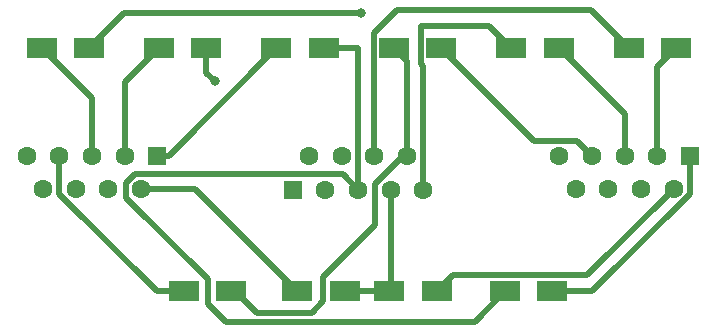
<source format=gbr>
%TF.GenerationSoftware,KiCad,Pcbnew,(6.0.1)*%
%TF.CreationDate,2023-01-17T21:15:05+08:00*%
%TF.ProjectId,TI99Joyadapter,54493939-4a6f-4796-9164-61707465722e,rev?*%
%TF.SameCoordinates,Original*%
%TF.FileFunction,Copper,L1,Top*%
%TF.FilePolarity,Positive*%
%FSLAX46Y46*%
G04 Gerber Fmt 4.6, Leading zero omitted, Abs format (unit mm)*
G04 Created by KiCad (PCBNEW (6.0.1)) date 2023-01-17 21:15:05*
%MOMM*%
%LPD*%
G01*
G04 APERTURE LIST*
%TA.AperFunction,SMDPad,CuDef*%
%ADD10R,2.500000X1.800000*%
%TD*%
%TA.AperFunction,ComponentPad*%
%ADD11R,1.600000X1.600000*%
%TD*%
%TA.AperFunction,ComponentPad*%
%ADD12C,1.600000*%
%TD*%
%TA.AperFunction,ViaPad*%
%ADD13C,0.800000*%
%TD*%
%TA.AperFunction,Conductor*%
%ADD14C,0.500000*%
%TD*%
G04 APERTURE END LIST*
D10*
%TO.P,D4,1,K*%
%TO.N,Net-(D4-Pad1)*%
X159914285Y-63200000D03*
%TO.P,D4,2,A*%
%TO.N,Net-(D3-Pad2)*%
X155914285Y-63200000D03*
%TD*%
%TO.P,D10,1,K*%
%TO.N,Net-(D10-Pad1)*%
X159400000Y-83800000D03*
%TO.P,D10,2,A*%
%TO.N,Net-(D10-Pad2)*%
X155400000Y-83800000D03*
%TD*%
%TO.P,D9,1,K*%
%TO.N,Net-(D9-Pad1)*%
X136028571Y-63200000D03*
%TO.P,D9,2,A*%
%TO.N,Net-(D10-Pad2)*%
X140028571Y-63200000D03*
%TD*%
D11*
%TO.P,J1,1,1*%
%TO.N,unconnected-(J1-Pad1)*%
X137400000Y-75190331D03*
D12*
%TO.P,J1,2,2*%
%TO.N,Net-(J1-Pad2)*%
X140170000Y-75190331D03*
%TO.P,J1,3,3*%
%TO.N,Net-(D10-Pad2)*%
X142940000Y-75190331D03*
%TO.P,J1,4,4*%
%TO.N,Net-(D7-Pad2)*%
X145710000Y-75190331D03*
%TO.P,J1,5,5*%
%TO.N,Net-(D3-Pad2)*%
X148480000Y-75190331D03*
%TO.P,J1,6,6*%
%TO.N,unconnected-(J1-Pad6)*%
X138785000Y-72350331D03*
%TO.P,J1,7,7*%
%TO.N,Net-(J1-Pad7)*%
X141555000Y-72350331D03*
%TO.P,J1,8,8*%
%TO.N,Net-(D5-Pad2)*%
X144325000Y-72350331D03*
%TO.P,J1,9,9*%
%TO.N,Net-(D1-Pad2)*%
X147095000Y-72350331D03*
%TD*%
D10*
%TO.P,D2,1,K*%
%TO.N,Net-(D2-Pad1)*%
X149971428Y-63200000D03*
%TO.P,D2,2,A*%
%TO.N,Net-(D1-Pad2)*%
X145971428Y-63200000D03*
%TD*%
%TO.P,D1,1,K*%
%TO.N,Net-(D1-Pad1)*%
X128200000Y-83800000D03*
%TO.P,D1,2,A*%
%TO.N,Net-(D1-Pad2)*%
X132200000Y-83800000D03*
%TD*%
%TO.P,D7,1,K*%
%TO.N,Net-(D7-Pad1)*%
X137800000Y-83800000D03*
%TO.P,D7,2,A*%
%TO.N,Net-(D7-Pad2)*%
X141800000Y-83800000D03*
%TD*%
%TO.P,D8,1,K*%
%TO.N,Net-(D8-Pad1)*%
X149600000Y-83800000D03*
%TO.P,D8,2,A*%
%TO.N,Net-(D7-Pad2)*%
X145600000Y-83800000D03*
%TD*%
%TO.P,D6,1,K*%
%TO.N,Net-(D6-Pad1)*%
X169857142Y-63200000D03*
%TO.P,D6,2,A*%
%TO.N,Net-(D5-Pad2)*%
X165857142Y-63200000D03*
%TD*%
%TO.P,D3,1,K*%
%TO.N,Net-(D3-Pad1)*%
X116142857Y-63200000D03*
%TO.P,D3,2,A*%
%TO.N,Net-(D3-Pad2)*%
X120142857Y-63200000D03*
%TD*%
%TO.P,D5,1,K*%
%TO.N,Net-(D5-Pad1)*%
X126085714Y-63200000D03*
%TO.P,D5,2,A*%
%TO.N,Net-(D5-Pad2)*%
X130085714Y-63200000D03*
%TD*%
D11*
%TO.P,J2,1,1*%
%TO.N,Net-(D9-Pad1)*%
X125950000Y-72309669D03*
D12*
%TO.P,J2,2,2*%
%TO.N,Net-(D5-Pad1)*%
X123180000Y-72309669D03*
%TO.P,J2,3,3*%
%TO.N,Net-(D3-Pad1)*%
X120410000Y-72309669D03*
%TO.P,J2,4,4*%
%TO.N,Net-(D1-Pad1)*%
X117640000Y-72309669D03*
%TO.P,J2,5,5*%
%TO.N,unconnected-(J2-Pad5)*%
X114870000Y-72309669D03*
%TO.P,J2,6,6*%
%TO.N,Net-(D7-Pad1)*%
X124565000Y-75149669D03*
%TO.P,J2,7,7*%
%TO.N,unconnected-(J2-Pad7)*%
X121795000Y-75149669D03*
%TO.P,J2,8,8*%
%TO.N,Net-(J1-Pad7)*%
X119025000Y-75149669D03*
%TO.P,J2,9,9*%
%TO.N,unconnected-(J2-Pad9)*%
X116255000Y-75149669D03*
%TD*%
D11*
%TO.P,J3,1,1*%
%TO.N,Net-(D10-Pad1)*%
X171050000Y-72309669D03*
D12*
%TO.P,J3,2,2*%
%TO.N,Net-(D6-Pad1)*%
X168280000Y-72309669D03*
%TO.P,J3,3,3*%
%TO.N,Net-(D4-Pad1)*%
X165510000Y-72309669D03*
%TO.P,J3,4,4*%
%TO.N,Net-(D2-Pad1)*%
X162740000Y-72309669D03*
%TO.P,J3,5,5*%
%TO.N,unconnected-(J3-Pad5)*%
X159970000Y-72309669D03*
%TO.P,J3,6,6*%
%TO.N,Net-(D8-Pad1)*%
X169665000Y-75149669D03*
%TO.P,J3,7,7*%
%TO.N,unconnected-(J3-Pad7)*%
X166895000Y-75149669D03*
%TO.P,J3,8,8*%
%TO.N,Net-(J1-Pad2)*%
X164125000Y-75149669D03*
%TO.P,J3,9,9*%
%TO.N,unconnected-(J3-Pad9)*%
X161355000Y-75149669D03*
%TD*%
D13*
%TO.N,Net-(D3-Pad2)*%
X143200000Y-60200000D03*
%TO.N,Net-(D5-Pad2)*%
X130800000Y-66000000D03*
%TD*%
D14*
%TO.N,Net-(D1-Pad1)*%
X128200000Y-83800000D02*
X125908255Y-83800000D01*
X117640000Y-75531745D02*
X117640000Y-72309669D01*
X125908255Y-83800000D02*
X117640000Y-75531745D01*
%TO.N,Net-(D1-Pad2)*%
X146782924Y-72350331D02*
X147095000Y-72350331D01*
X132200000Y-83800000D02*
X132550000Y-83800000D01*
X134350000Y-85600000D02*
X139049022Y-85600000D01*
X144400000Y-78150978D02*
X144400000Y-74733255D01*
X139049022Y-85600000D02*
X140000000Y-84649022D01*
X144400000Y-74733255D02*
X146782924Y-72350331D01*
X140000000Y-84649022D02*
X140000000Y-82550978D01*
X140000000Y-82550978D02*
X144400000Y-78150978D01*
X147095000Y-64323572D02*
X145971428Y-63200000D01*
X132550000Y-83800000D02*
X134350000Y-85600000D01*
X147095000Y-72350331D02*
X147095000Y-64323572D01*
%TO.N,Net-(D2-Pad1)*%
X162740000Y-72309669D02*
X161490489Y-71060158D01*
X157831586Y-71060158D02*
X149971428Y-63200000D01*
X161490489Y-71060158D02*
X157831586Y-71060158D01*
%TO.N,Net-(D3-Pad1)*%
X120410000Y-67467143D02*
X116142857Y-63200000D01*
X120410000Y-72309669D02*
X120410000Y-67467143D01*
%TO.N,Net-(D3-Pad2)*%
X148480000Y-75190331D02*
X148480000Y-64757594D01*
X148480000Y-64757594D02*
X148271917Y-64549511D01*
X148271917Y-64549511D02*
X148271917Y-61328083D01*
X148271917Y-61328083D02*
X154042368Y-61328083D01*
X123142857Y-60200000D02*
X143200000Y-60200000D01*
X154042368Y-61328083D02*
X155914285Y-63200000D01*
X120142857Y-63200000D02*
X123142857Y-60200000D01*
%TO.N,Net-(D4-Pad1)*%
X165510000Y-72309669D02*
X165510000Y-68795715D01*
X165510000Y-68795715D02*
X159914285Y-63200000D01*
%TO.N,Net-(D5-Pad1)*%
X123180000Y-66105714D02*
X126085714Y-63200000D01*
X123180000Y-72309669D02*
X123180000Y-66105714D01*
%TO.N,Net-(D5-Pad2)*%
X146200000Y-60000000D02*
X162657142Y-60000000D01*
X162657142Y-60000000D02*
X165857142Y-63200000D01*
X144271917Y-72297248D02*
X144271917Y-61928083D01*
X130085714Y-63200000D02*
X130085714Y-65285714D01*
X144325000Y-72350331D02*
X144271917Y-72297248D01*
X130085714Y-65285714D02*
X130800000Y-66000000D01*
X144271917Y-61928083D02*
X146200000Y-60000000D01*
%TO.N,Net-(D6-Pad1)*%
X168280000Y-64777142D02*
X169857142Y-63200000D01*
X168280000Y-72309669D02*
X168280000Y-64777142D01*
%TO.N,Net-(D7-Pad1)*%
X124565000Y-75149669D02*
X129149669Y-75149669D01*
X129149669Y-75149669D02*
X137800000Y-83800000D01*
%TO.N,Net-(D7-Pad2)*%
X145710000Y-75190331D02*
X145710000Y-83690000D01*
X145710000Y-83690000D02*
X145600000Y-83800000D01*
X141800000Y-83800000D02*
X145600000Y-83800000D01*
%TO.N,Net-(D8-Pad1)*%
X169665000Y-75149669D02*
X162364180Y-82450489D01*
X162364180Y-82450489D02*
X150949511Y-82450489D01*
X150949511Y-82450489D02*
X149600000Y-83800000D01*
%TO.N,Net-(D9-Pad1)*%
X126918902Y-72309669D02*
X136028571Y-63200000D01*
X125950000Y-72309669D02*
X126918902Y-72309669D01*
%TO.N,Net-(D10-Pad2)*%
X140028571Y-63200000D02*
X142922406Y-63200000D01*
X131750978Y-86400000D02*
X130200000Y-84849022D01*
X142940000Y-63182406D02*
X142940000Y-75190331D01*
X123315489Y-75866467D02*
X123315489Y-74632104D01*
X123315489Y-74632104D02*
X124047435Y-73900158D01*
X142922406Y-63200000D02*
X142940000Y-63182406D01*
X152800000Y-86400000D02*
X131750978Y-86400000D01*
X130200000Y-82750978D02*
X123315489Y-75866467D01*
X130200000Y-84849022D02*
X130200000Y-82750978D01*
X141649827Y-73900158D02*
X142940000Y-75190331D01*
X155400000Y-83800000D02*
X152800000Y-86400000D01*
X124047435Y-73900158D02*
X141649827Y-73900158D01*
%TO.N,Net-(D10-Pad1)*%
X159400000Y-83800000D02*
X162781745Y-83800000D01*
X171050000Y-75531745D02*
X171050000Y-72309669D01*
X162781745Y-83800000D02*
X171050000Y-75531745D01*
%TD*%
M02*

</source>
